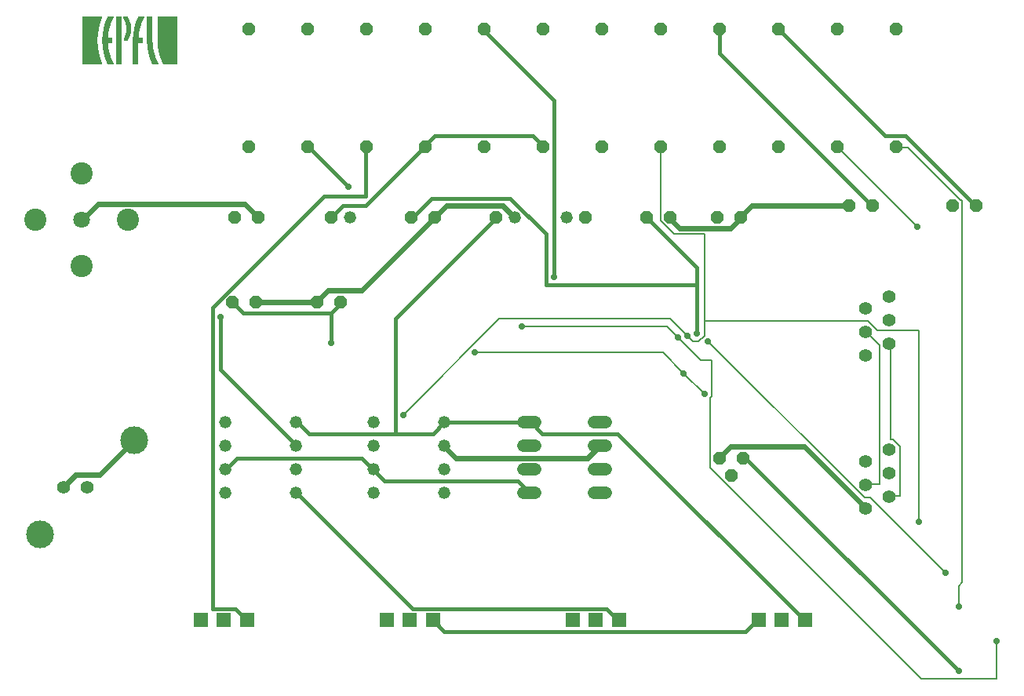
<source format=gbl>
G75*
G70*
%OFA0B0*%
%FSLAX24Y24*%
%IPPOS*%
%LPD*%
%AMOC8*
5,1,8,0,0,1.08239X$1,22.5*
%
%ADD10C,0.0010*%
%ADD11OC8,0.0520*%
%ADD12C,0.0520*%
%ADD13C,0.0520*%
%ADD14C,0.0554*%
%ADD15C,0.0709*%
%ADD16C,0.0945*%
%ADD17R,0.0594X0.0594*%
%ADD18C,0.1181*%
%ADD19C,0.0180*%
%ADD20C,0.0278*%
%ADD21C,0.0080*%
%ADD22C,0.0240*%
D10*
X004332Y029740D02*
X004332Y031740D01*
X005132Y031740D01*
X005046Y031504D01*
X004983Y031260D01*
X004945Y031011D01*
X004932Y030760D01*
X004932Y030720D01*
X004945Y030469D01*
X004983Y030220D01*
X005046Y029977D01*
X005132Y029740D01*
X004332Y029740D01*
X005132Y029740D01*
X005128Y029749D02*
X004332Y029749D01*
X004332Y029757D02*
X005125Y029757D01*
X005122Y029766D02*
X004332Y029766D01*
X004332Y029774D02*
X005119Y029774D01*
X005116Y029783D02*
X004332Y029783D01*
X004332Y029791D02*
X005113Y029791D01*
X005110Y029800D02*
X004332Y029800D01*
X004332Y029808D02*
X005107Y029808D01*
X005104Y029817D02*
X004332Y029817D01*
X004332Y029825D02*
X005101Y029825D01*
X005098Y029834D02*
X004332Y029834D01*
X004332Y029842D02*
X005094Y029842D01*
X005091Y029851D02*
X004332Y029851D01*
X004332Y029859D02*
X005088Y029859D01*
X005085Y029868D02*
X004332Y029868D01*
X004332Y029876D02*
X005082Y029876D01*
X005079Y029885D02*
X004332Y029885D01*
X004332Y029893D02*
X005076Y029893D01*
X005073Y029902D02*
X004332Y029902D01*
X004332Y029910D02*
X005070Y029910D01*
X005067Y029919D02*
X004332Y029919D01*
X004332Y029927D02*
X005064Y029927D01*
X005060Y029936D02*
X004332Y029936D01*
X004332Y029944D02*
X005057Y029944D01*
X005054Y029953D02*
X004332Y029953D01*
X004332Y029961D02*
X005051Y029961D01*
X005048Y029970D02*
X004332Y029970D01*
X004332Y029978D02*
X005045Y029978D01*
X005043Y029987D02*
X004332Y029987D01*
X004332Y029995D02*
X005041Y029995D01*
X005039Y030004D02*
X004332Y030004D01*
X004332Y030012D02*
X005037Y030012D01*
X005034Y030021D02*
X004332Y030021D01*
X004332Y030029D02*
X005032Y030029D01*
X005030Y030038D02*
X004332Y030038D01*
X004332Y030046D02*
X005028Y030046D01*
X005026Y030055D02*
X004332Y030055D01*
X004332Y030063D02*
X005023Y030063D01*
X005021Y030072D02*
X004332Y030072D01*
X004332Y030080D02*
X005019Y030080D01*
X005017Y030089D02*
X004332Y030089D01*
X004332Y030097D02*
X005015Y030097D01*
X005013Y030106D02*
X004332Y030106D01*
X004332Y030114D02*
X005010Y030114D01*
X005008Y030123D02*
X004332Y030123D01*
X004332Y030131D02*
X005006Y030131D01*
X005004Y030140D02*
X004332Y030140D01*
X004332Y030148D02*
X005002Y030148D01*
X005000Y030157D02*
X004332Y030157D01*
X004332Y030165D02*
X004997Y030165D01*
X004995Y030174D02*
X004332Y030174D01*
X004332Y030182D02*
X004993Y030182D01*
X004991Y030191D02*
X004332Y030191D01*
X004332Y030199D02*
X004989Y030199D01*
X004986Y030208D02*
X004332Y030208D01*
X004332Y030216D02*
X004984Y030216D01*
X004983Y030225D02*
X004332Y030225D01*
X004332Y030233D02*
X004981Y030233D01*
X004980Y030242D02*
X004332Y030242D01*
X004332Y030250D02*
X004979Y030250D01*
X004977Y030259D02*
X004332Y030259D01*
X004332Y030267D02*
X004976Y030267D01*
X004975Y030276D02*
X004332Y030276D01*
X004332Y030284D02*
X004973Y030284D01*
X004972Y030293D02*
X004332Y030293D01*
X004332Y030301D02*
X004971Y030301D01*
X004970Y030310D02*
X004332Y030310D01*
X004332Y030318D02*
X004968Y030318D01*
X004967Y030327D02*
X004332Y030327D01*
X004332Y030335D02*
X004966Y030335D01*
X004964Y030344D02*
X004332Y030344D01*
X004332Y030352D02*
X004963Y030352D01*
X004962Y030361D02*
X004332Y030361D01*
X004332Y030369D02*
X004960Y030369D01*
X004959Y030378D02*
X004332Y030378D01*
X004332Y030386D02*
X004958Y030386D01*
X004957Y030395D02*
X004332Y030395D01*
X004332Y030403D02*
X004955Y030403D01*
X004954Y030412D02*
X004332Y030412D01*
X004332Y030420D02*
X004953Y030420D01*
X004951Y030429D02*
X004332Y030429D01*
X004332Y030437D02*
X004950Y030437D01*
X004949Y030446D02*
X004332Y030446D01*
X004332Y030454D02*
X004947Y030454D01*
X004946Y030463D02*
X004332Y030463D01*
X004332Y030471D02*
X004945Y030471D01*
X004945Y030480D02*
X004332Y030480D01*
X004332Y030488D02*
X004944Y030488D01*
X004944Y030497D02*
X004332Y030497D01*
X004332Y030505D02*
X004943Y030505D01*
X004943Y030514D02*
X004332Y030514D01*
X004332Y030522D02*
X004942Y030522D01*
X004942Y030531D02*
X004332Y030531D01*
X004332Y030539D02*
X004941Y030539D01*
X004941Y030548D02*
X004332Y030548D01*
X004332Y030556D02*
X004940Y030556D01*
X004940Y030565D02*
X004332Y030565D01*
X004332Y030573D02*
X004940Y030573D01*
X004939Y030582D02*
X004332Y030582D01*
X004332Y030590D02*
X004939Y030590D01*
X004938Y030599D02*
X004332Y030599D01*
X004332Y030607D02*
X004938Y030607D01*
X004937Y030616D02*
X004332Y030616D01*
X004332Y030624D02*
X004937Y030624D01*
X004936Y030633D02*
X004332Y030633D01*
X004332Y030641D02*
X004936Y030641D01*
X004935Y030650D02*
X004332Y030650D01*
X004332Y030658D02*
X004935Y030658D01*
X004935Y030667D02*
X004332Y030667D01*
X004332Y030675D02*
X004934Y030675D01*
X004934Y030684D02*
X004332Y030684D01*
X004332Y030692D02*
X004933Y030692D01*
X004933Y030701D02*
X004332Y030701D01*
X004332Y030709D02*
X004932Y030709D01*
X004932Y030718D02*
X004332Y030718D01*
X004332Y030726D02*
X004932Y030726D01*
X004932Y030735D02*
X004332Y030735D01*
X004332Y030743D02*
X004932Y030743D01*
X004932Y030752D02*
X004332Y030752D01*
X004332Y030760D02*
X004932Y030760D01*
X004932Y030769D02*
X004332Y030769D01*
X004332Y030777D02*
X004933Y030777D01*
X004933Y030786D02*
X004332Y030786D01*
X004332Y030794D02*
X004933Y030794D01*
X004934Y030803D02*
X004332Y030803D01*
X004332Y030811D02*
X004934Y030811D01*
X004935Y030820D02*
X004332Y030820D01*
X004332Y030828D02*
X004935Y030828D01*
X004936Y030837D02*
X004332Y030837D01*
X004332Y030845D02*
X004936Y030845D01*
X004937Y030854D02*
X004332Y030854D01*
X004332Y030862D02*
X004937Y030862D01*
X004938Y030871D02*
X004332Y030871D01*
X004332Y030879D02*
X004938Y030879D01*
X004939Y030888D02*
X004332Y030888D01*
X004332Y030896D02*
X004939Y030896D01*
X004939Y030905D02*
X004332Y030905D01*
X004332Y030913D02*
X004940Y030913D01*
X004940Y030922D02*
X004332Y030922D01*
X004332Y030930D02*
X004941Y030930D01*
X004941Y030939D02*
X004332Y030939D01*
X004332Y030947D02*
X004942Y030947D01*
X004942Y030956D02*
X004332Y030956D01*
X004332Y030964D02*
X004943Y030964D01*
X004943Y030973D02*
X004332Y030973D01*
X004332Y030981D02*
X004944Y030981D01*
X004944Y030990D02*
X004332Y030990D01*
X004332Y030998D02*
X004944Y030998D01*
X004945Y031007D02*
X004332Y031007D01*
X004332Y031015D02*
X004946Y031015D01*
X004947Y031024D02*
X004332Y031024D01*
X004332Y031032D02*
X004948Y031032D01*
X004950Y031041D02*
X004332Y031041D01*
X004332Y031049D02*
X004951Y031049D01*
X004952Y031058D02*
X004332Y031058D01*
X004332Y031066D02*
X004954Y031066D01*
X004955Y031075D02*
X004332Y031075D01*
X004332Y031083D02*
X004956Y031083D01*
X004958Y031092D02*
X004332Y031092D01*
X004332Y031100D02*
X004959Y031100D01*
X004960Y031109D02*
X004332Y031109D01*
X004332Y031117D02*
X004961Y031117D01*
X004963Y031126D02*
X004332Y031126D01*
X004332Y031134D02*
X004964Y031134D01*
X004965Y031143D02*
X004332Y031143D01*
X004332Y031151D02*
X004967Y031151D01*
X004968Y031160D02*
X004332Y031160D01*
X004332Y031168D02*
X004969Y031168D01*
X004971Y031177D02*
X004332Y031177D01*
X004332Y031185D02*
X004972Y031185D01*
X004973Y031194D02*
X004332Y031194D01*
X004332Y031202D02*
X004974Y031202D01*
X004976Y031211D02*
X004332Y031211D01*
X004332Y031219D02*
X004977Y031219D01*
X004978Y031228D02*
X004332Y031228D01*
X004332Y031236D02*
X004980Y031236D01*
X004981Y031245D02*
X004332Y031245D01*
X004332Y031253D02*
X004982Y031253D01*
X004984Y031262D02*
X004332Y031262D01*
X004332Y031270D02*
X004986Y031270D01*
X004988Y031279D02*
X004332Y031279D01*
X004332Y031287D02*
X004990Y031287D01*
X004993Y031296D02*
X004332Y031296D01*
X004332Y031304D02*
X004995Y031304D01*
X004997Y031313D02*
X004332Y031313D01*
X004332Y031321D02*
X004999Y031321D01*
X005001Y031330D02*
X004332Y031330D01*
X004332Y031338D02*
X005003Y031338D01*
X005006Y031347D02*
X004332Y031347D01*
X004332Y031355D02*
X005008Y031355D01*
X005010Y031364D02*
X004332Y031364D01*
X004332Y031372D02*
X005012Y031372D01*
X005014Y031381D02*
X004332Y031381D01*
X004332Y031389D02*
X005016Y031389D01*
X005019Y031398D02*
X004332Y031398D01*
X004332Y031406D02*
X005021Y031406D01*
X005023Y031415D02*
X004332Y031415D01*
X004332Y031423D02*
X005025Y031423D01*
X005027Y031432D02*
X004332Y031432D01*
X004332Y031440D02*
X005029Y031440D01*
X005032Y031449D02*
X004332Y031449D01*
X004332Y031457D02*
X005034Y031457D01*
X005036Y031466D02*
X004332Y031466D01*
X004332Y031474D02*
X005038Y031474D01*
X005040Y031483D02*
X004332Y031483D01*
X004332Y031491D02*
X005043Y031491D01*
X005045Y031500D02*
X004332Y031500D01*
X004332Y031508D02*
X005047Y031508D01*
X005050Y031517D02*
X004332Y031517D01*
X004332Y031525D02*
X005054Y031525D01*
X005057Y031534D02*
X004332Y031534D01*
X004332Y031542D02*
X005060Y031542D01*
X005063Y031551D02*
X004332Y031551D01*
X004332Y031559D02*
X005066Y031559D01*
X005069Y031568D02*
X004332Y031568D01*
X004332Y031576D02*
X005072Y031576D01*
X005075Y031585D02*
X004332Y031585D01*
X004332Y031593D02*
X005078Y031593D01*
X005081Y031602D02*
X004332Y031602D01*
X004332Y031610D02*
X005084Y031610D01*
X005088Y031619D02*
X004332Y031619D01*
X004332Y031627D02*
X005091Y031627D01*
X005094Y031636D02*
X004332Y031636D01*
X004332Y031644D02*
X005097Y031644D01*
X005100Y031653D02*
X004332Y031653D01*
X004332Y031661D02*
X005103Y031661D01*
X005106Y031670D02*
X004332Y031670D01*
X004332Y031678D02*
X005109Y031678D01*
X005112Y031687D02*
X004332Y031687D01*
X004332Y031695D02*
X005115Y031695D01*
X005118Y031704D02*
X004332Y031704D01*
X004332Y031712D02*
X005122Y031712D01*
X005125Y031721D02*
X004332Y031721D01*
X004332Y031729D02*
X005128Y031729D01*
X005131Y031738D02*
X004332Y031738D01*
X005289Y031474D02*
X005499Y031474D01*
X005496Y031466D02*
X005287Y031466D01*
X005284Y031457D02*
X005494Y031457D01*
X005491Y031449D02*
X005282Y031449D01*
X005279Y031440D02*
X005488Y031440D01*
X005485Y031432D02*
X005277Y031432D01*
X005275Y031423D02*
X005483Y031423D01*
X005480Y031415D02*
X005272Y031415D01*
X005270Y031406D02*
X005477Y031406D01*
X005474Y031398D02*
X005268Y031398D01*
X005265Y031389D02*
X005472Y031389D01*
X005469Y031381D02*
X005263Y031381D01*
X005261Y031372D02*
X005466Y031372D01*
X005463Y031364D02*
X005258Y031364D01*
X005256Y031355D02*
X005461Y031355D01*
X005458Y031347D02*
X005254Y031347D01*
X005251Y031338D02*
X005455Y031338D01*
X005452Y031330D02*
X005249Y031330D01*
X005246Y031321D02*
X005450Y031321D01*
X005447Y031313D02*
X005244Y031313D01*
X005242Y031304D02*
X005444Y031304D01*
X005444Y031303D02*
X005395Y031073D01*
X005372Y030840D01*
X005572Y030840D01*
X005572Y030640D01*
X005372Y030640D01*
X005395Y030407D01*
X005444Y030177D01*
X005516Y029954D01*
X005612Y029740D01*
X005391Y029740D01*
X005298Y029975D01*
X005230Y030218D01*
X005188Y030468D01*
X005172Y030720D01*
X005172Y030740D01*
X005186Y030998D01*
X005388Y030998D01*
X005387Y030990D02*
X005185Y030990D01*
X005186Y030998D02*
X005227Y031252D01*
X005296Y031501D01*
X005391Y031740D01*
X005612Y031740D01*
X005516Y031526D01*
X005444Y031303D01*
X005442Y031296D02*
X005239Y031296D01*
X005237Y031287D02*
X005440Y031287D01*
X005438Y031279D02*
X005235Y031279D01*
X005232Y031270D02*
X005437Y031270D01*
X005435Y031262D02*
X005230Y031262D01*
X005228Y031253D02*
X005433Y031253D01*
X005431Y031245D02*
X005226Y031245D01*
X005225Y031236D02*
X005430Y031236D01*
X005428Y031228D02*
X005223Y031228D01*
X005222Y031219D02*
X005426Y031219D01*
X005424Y031211D02*
X005221Y031211D01*
X005219Y031202D02*
X005422Y031202D01*
X005421Y031194D02*
X005218Y031194D01*
X005216Y031185D02*
X005419Y031185D01*
X005417Y031177D02*
X005215Y031177D01*
X005214Y031168D02*
X005415Y031168D01*
X005413Y031160D02*
X005212Y031160D01*
X005211Y031151D02*
X005412Y031151D01*
X005410Y031143D02*
X005209Y031143D01*
X005208Y031134D02*
X005408Y031134D01*
X005406Y031126D02*
X005207Y031126D01*
X005205Y031117D02*
X005405Y031117D01*
X005403Y031109D02*
X005204Y031109D01*
X005202Y031100D02*
X005401Y031100D01*
X005399Y031092D02*
X005201Y031092D01*
X005200Y031083D02*
X005397Y031083D01*
X005396Y031075D02*
X005198Y031075D01*
X005197Y031066D02*
X005395Y031066D01*
X005394Y031058D02*
X005196Y031058D01*
X005194Y031049D02*
X005393Y031049D01*
X005392Y031041D02*
X005193Y031041D01*
X005191Y031032D02*
X005391Y031032D01*
X005390Y031024D02*
X005190Y031024D01*
X005189Y031015D02*
X005389Y031015D01*
X005389Y031007D02*
X005187Y031007D01*
X005185Y030981D02*
X005386Y030981D01*
X005385Y030973D02*
X005184Y030973D01*
X005184Y030964D02*
X005384Y030964D01*
X005383Y030956D02*
X005183Y030956D01*
X005183Y030947D02*
X005383Y030947D01*
X005382Y030939D02*
X005182Y030939D01*
X005182Y030930D02*
X005381Y030930D01*
X005380Y030922D02*
X005182Y030922D01*
X005181Y030913D02*
X005379Y030913D01*
X005378Y030905D02*
X005181Y030905D01*
X005180Y030896D02*
X005377Y030896D01*
X005377Y030888D02*
X005180Y030888D01*
X005179Y030879D02*
X005376Y030879D01*
X005375Y030871D02*
X005179Y030871D01*
X005178Y030862D02*
X005374Y030862D01*
X005373Y030854D02*
X005178Y030854D01*
X005177Y030845D02*
X005372Y030845D01*
X005177Y030837D02*
X005572Y030837D01*
X005572Y030828D02*
X005177Y030828D01*
X005176Y030820D02*
X005572Y030820D01*
X005572Y030811D02*
X005176Y030811D01*
X005175Y030803D02*
X005572Y030803D01*
X005572Y030794D02*
X005175Y030794D01*
X005174Y030786D02*
X005572Y030786D01*
X005572Y030777D02*
X005174Y030777D01*
X005173Y030769D02*
X005572Y030769D01*
X005572Y030760D02*
X005173Y030760D01*
X005172Y030752D02*
X005572Y030752D01*
X005572Y030743D02*
X005172Y030743D01*
X005172Y030735D02*
X005572Y030735D01*
X005572Y030726D02*
X005172Y030726D01*
X005172Y030718D02*
X005572Y030718D01*
X005572Y030709D02*
X005172Y030709D01*
X005173Y030701D02*
X005572Y030701D01*
X005572Y030692D02*
X005174Y030692D01*
X005174Y030684D02*
X005572Y030684D01*
X005572Y030675D02*
X005175Y030675D01*
X005175Y030667D02*
X005572Y030667D01*
X005572Y030658D02*
X005176Y030658D01*
X005176Y030650D02*
X005572Y030650D01*
X005572Y030641D02*
X005177Y030641D01*
X005177Y030633D02*
X005373Y030633D01*
X005373Y030624D02*
X005178Y030624D01*
X005178Y030616D02*
X005374Y030616D01*
X005375Y030607D02*
X005179Y030607D01*
X005179Y030599D02*
X005376Y030599D01*
X005377Y030590D02*
X005180Y030590D01*
X005180Y030582D02*
X005378Y030582D01*
X005379Y030573D02*
X005181Y030573D01*
X005182Y030565D02*
X005379Y030565D01*
X005380Y030556D02*
X005182Y030556D01*
X005183Y030548D02*
X005381Y030548D01*
X005382Y030539D02*
X005183Y030539D01*
X005184Y030531D02*
X005383Y030531D01*
X005384Y030522D02*
X005184Y030522D01*
X005185Y030514D02*
X005385Y030514D01*
X005385Y030505D02*
X005185Y030505D01*
X005186Y030497D02*
X005386Y030497D01*
X005387Y030488D02*
X005186Y030488D01*
X005187Y030480D02*
X005388Y030480D01*
X005389Y030471D02*
X005187Y030471D01*
X005188Y030463D02*
X005390Y030463D01*
X005391Y030454D02*
X005190Y030454D01*
X005191Y030446D02*
X005391Y030446D01*
X005392Y030437D02*
X005193Y030437D01*
X005194Y030429D02*
X005393Y030429D01*
X005394Y030420D02*
X005196Y030420D01*
X005197Y030412D02*
X005395Y030412D01*
X005396Y030403D02*
X005198Y030403D01*
X005200Y030395D02*
X005398Y030395D01*
X005400Y030386D02*
X005201Y030386D01*
X005203Y030378D02*
X005401Y030378D01*
X005403Y030369D02*
X005204Y030369D01*
X005206Y030361D02*
X005405Y030361D01*
X005407Y030352D02*
X005207Y030352D01*
X005209Y030344D02*
X005409Y030344D01*
X005410Y030335D02*
X005210Y030335D01*
X005211Y030327D02*
X005412Y030327D01*
X005414Y030318D02*
X005213Y030318D01*
X005214Y030310D02*
X005416Y030310D01*
X005417Y030301D02*
X005216Y030301D01*
X005217Y030293D02*
X005419Y030293D01*
X005421Y030284D02*
X005219Y030284D01*
X005220Y030276D02*
X005423Y030276D01*
X005425Y030267D02*
X005222Y030267D01*
X005223Y030259D02*
X005426Y030259D01*
X005428Y030250D02*
X005224Y030250D01*
X005226Y030242D02*
X005430Y030242D01*
X005432Y030233D02*
X005227Y030233D01*
X005229Y030225D02*
X005434Y030225D01*
X005435Y030216D02*
X005230Y030216D01*
X005233Y030208D02*
X005437Y030208D01*
X005439Y030199D02*
X005235Y030199D01*
X005238Y030191D02*
X005441Y030191D01*
X005442Y030182D02*
X005240Y030182D01*
X005242Y030174D02*
X005445Y030174D01*
X005447Y030165D02*
X005245Y030165D01*
X005247Y030157D02*
X005450Y030157D01*
X005453Y030148D02*
X005249Y030148D01*
X005252Y030140D02*
X005456Y030140D01*
X005458Y030131D02*
X005254Y030131D01*
X005257Y030123D02*
X005461Y030123D01*
X005464Y030114D02*
X005259Y030114D01*
X005261Y030106D02*
X005467Y030106D01*
X005469Y030097D02*
X005264Y030097D01*
X005266Y030089D02*
X005472Y030089D01*
X005475Y030080D02*
X005269Y030080D01*
X005271Y030072D02*
X005478Y030072D01*
X005480Y030063D02*
X005273Y030063D01*
X005276Y030055D02*
X005483Y030055D01*
X005486Y030046D02*
X005278Y030046D01*
X005280Y030038D02*
X005489Y030038D01*
X005492Y030029D02*
X005283Y030029D01*
X005285Y030021D02*
X005494Y030021D01*
X005497Y030012D02*
X005288Y030012D01*
X005290Y030004D02*
X005500Y030004D01*
X005503Y029995D02*
X005292Y029995D01*
X005295Y029987D02*
X005505Y029987D01*
X005508Y029978D02*
X005297Y029978D01*
X005300Y029970D02*
X005511Y029970D01*
X005514Y029961D02*
X005303Y029961D01*
X005307Y029953D02*
X005516Y029953D01*
X005520Y029944D02*
X005310Y029944D01*
X005314Y029936D02*
X005524Y029936D01*
X005528Y029927D02*
X005317Y029927D01*
X005320Y029919D02*
X005532Y029919D01*
X005535Y029910D02*
X005324Y029910D01*
X005327Y029902D02*
X005539Y029902D01*
X005543Y029893D02*
X005331Y029893D01*
X005334Y029885D02*
X005547Y029885D01*
X005551Y029876D02*
X005337Y029876D01*
X005341Y029868D02*
X005554Y029868D01*
X005558Y029859D02*
X005344Y029859D01*
X005347Y029851D02*
X005562Y029851D01*
X005566Y029842D02*
X005351Y029842D01*
X005354Y029834D02*
X005570Y029834D01*
X005573Y029825D02*
X005358Y029825D01*
X005361Y029817D02*
X005577Y029817D01*
X005581Y029808D02*
X005364Y029808D01*
X005368Y029800D02*
X005585Y029800D01*
X005589Y029791D02*
X005371Y029791D01*
X005374Y029783D02*
X005592Y029783D01*
X005596Y029774D02*
X005378Y029774D01*
X005381Y029766D02*
X005600Y029766D01*
X005604Y029757D02*
X005385Y029757D01*
X005388Y029749D02*
X005608Y029749D01*
X005611Y029740D02*
X005391Y029740D01*
X005772Y029740D02*
X005972Y029740D01*
X005972Y031740D01*
X005772Y031740D01*
X005772Y029740D01*
X005972Y029740D01*
X005972Y029749D02*
X005772Y029749D01*
X005772Y029757D02*
X005972Y029757D01*
X005972Y029766D02*
X005772Y029766D01*
X005772Y029774D02*
X005972Y029774D01*
X005972Y029783D02*
X005772Y029783D01*
X005772Y029791D02*
X005972Y029791D01*
X005972Y029800D02*
X005772Y029800D01*
X005772Y029808D02*
X005972Y029808D01*
X005972Y029817D02*
X005772Y029817D01*
X005772Y029825D02*
X005972Y029825D01*
X005972Y029834D02*
X005772Y029834D01*
X005772Y029842D02*
X005972Y029842D01*
X005972Y029851D02*
X005772Y029851D01*
X005772Y029859D02*
X005972Y029859D01*
X005972Y029868D02*
X005772Y029868D01*
X005772Y029876D02*
X005972Y029876D01*
X005972Y029885D02*
X005772Y029885D01*
X005772Y029893D02*
X005972Y029893D01*
X005972Y029902D02*
X005772Y029902D01*
X005772Y029910D02*
X005972Y029910D01*
X005972Y029919D02*
X005772Y029919D01*
X005772Y029927D02*
X005972Y029927D01*
X005972Y029936D02*
X005772Y029936D01*
X005772Y029944D02*
X005972Y029944D01*
X005972Y029953D02*
X005772Y029953D01*
X005772Y029961D02*
X005972Y029961D01*
X005972Y029970D02*
X005772Y029970D01*
X005772Y029978D02*
X005972Y029978D01*
X005972Y029987D02*
X005772Y029987D01*
X005772Y029995D02*
X005972Y029995D01*
X005972Y030004D02*
X005772Y030004D01*
X005772Y030012D02*
X005972Y030012D01*
X005972Y030021D02*
X005772Y030021D01*
X005772Y030029D02*
X005972Y030029D01*
X005972Y030038D02*
X005772Y030038D01*
X005772Y030046D02*
X005972Y030046D01*
X005972Y030055D02*
X005772Y030055D01*
X005772Y030063D02*
X005972Y030063D01*
X005972Y030072D02*
X005772Y030072D01*
X005772Y030080D02*
X005972Y030080D01*
X005972Y030089D02*
X005772Y030089D01*
X005772Y030097D02*
X005972Y030097D01*
X005972Y030106D02*
X005772Y030106D01*
X005772Y030114D02*
X005972Y030114D01*
X005972Y030123D02*
X005772Y030123D01*
X005772Y030131D02*
X005972Y030131D01*
X005972Y030140D02*
X005772Y030140D01*
X005772Y030148D02*
X005972Y030148D01*
X005972Y030157D02*
X005772Y030157D01*
X005772Y030165D02*
X005972Y030165D01*
X005972Y030174D02*
X005772Y030174D01*
X005772Y030182D02*
X005972Y030182D01*
X005972Y030191D02*
X005772Y030191D01*
X005772Y030199D02*
X005972Y030199D01*
X005972Y030208D02*
X005772Y030208D01*
X005772Y030216D02*
X005972Y030216D01*
X005972Y030225D02*
X005772Y030225D01*
X005772Y030233D02*
X005972Y030233D01*
X005972Y030242D02*
X005772Y030242D01*
X005772Y030250D02*
X005972Y030250D01*
X005972Y030259D02*
X005772Y030259D01*
X005772Y030267D02*
X005972Y030267D01*
X005972Y030276D02*
X005772Y030276D01*
X005772Y030284D02*
X005972Y030284D01*
X005972Y030293D02*
X005772Y030293D01*
X005772Y030301D02*
X005972Y030301D01*
X005972Y030310D02*
X005772Y030310D01*
X005772Y030318D02*
X005972Y030318D01*
X005972Y030327D02*
X005772Y030327D01*
X005772Y030335D02*
X005972Y030335D01*
X005972Y030344D02*
X005772Y030344D01*
X005772Y030352D02*
X005972Y030352D01*
X005972Y030361D02*
X005772Y030361D01*
X005772Y030369D02*
X005972Y030369D01*
X005972Y030378D02*
X005772Y030378D01*
X005772Y030386D02*
X005972Y030386D01*
X005972Y030395D02*
X005772Y030395D01*
X005772Y030403D02*
X005972Y030403D01*
X005972Y030412D02*
X005772Y030412D01*
X005772Y030420D02*
X005972Y030420D01*
X005972Y030429D02*
X005772Y030429D01*
X005772Y030437D02*
X005972Y030437D01*
X005972Y030446D02*
X005772Y030446D01*
X005772Y030454D02*
X005972Y030454D01*
X005972Y030463D02*
X005772Y030463D01*
X005772Y030471D02*
X005972Y030471D01*
X005972Y030480D02*
X005772Y030480D01*
X005772Y030488D02*
X005972Y030488D01*
X005972Y030497D02*
X005772Y030497D01*
X005772Y030505D02*
X005972Y030505D01*
X005972Y030514D02*
X005772Y030514D01*
X005772Y030522D02*
X005972Y030522D01*
X005972Y030531D02*
X005772Y030531D01*
X005772Y030539D02*
X005972Y030539D01*
X005972Y030548D02*
X005772Y030548D01*
X005772Y030556D02*
X005972Y030556D01*
X005972Y030565D02*
X005772Y030565D01*
X005772Y030573D02*
X005972Y030573D01*
X005972Y030582D02*
X005772Y030582D01*
X005772Y030590D02*
X005972Y030590D01*
X005972Y030599D02*
X005772Y030599D01*
X005772Y030607D02*
X005972Y030607D01*
X005972Y030616D02*
X005772Y030616D01*
X005772Y030624D02*
X005972Y030624D01*
X005972Y030633D02*
X005772Y030633D01*
X005772Y030641D02*
X005972Y030641D01*
X005972Y030650D02*
X005772Y030650D01*
X005772Y030658D02*
X005972Y030658D01*
X005972Y030667D02*
X005772Y030667D01*
X005772Y030675D02*
X005972Y030675D01*
X005972Y030684D02*
X005772Y030684D01*
X005772Y030692D02*
X005972Y030692D01*
X005972Y030701D02*
X005772Y030701D01*
X005772Y030709D02*
X005972Y030709D01*
X005972Y030718D02*
X005772Y030718D01*
X005772Y030726D02*
X005972Y030726D01*
X005972Y030735D02*
X005772Y030735D01*
X005772Y030743D02*
X005972Y030743D01*
X005972Y030752D02*
X005772Y030752D01*
X005772Y030760D02*
X005972Y030760D01*
X005972Y030769D02*
X005772Y030769D01*
X005772Y030777D02*
X005972Y030777D01*
X005972Y030786D02*
X005772Y030786D01*
X005772Y030794D02*
X005972Y030794D01*
X005972Y030803D02*
X005772Y030803D01*
X005772Y030811D02*
X005972Y030811D01*
X005972Y030820D02*
X005772Y030820D01*
X005772Y030828D02*
X005972Y030828D01*
X005972Y030837D02*
X005772Y030837D01*
X005772Y030845D02*
X005972Y030845D01*
X005972Y030854D02*
X005772Y030854D01*
X005772Y030862D02*
X005972Y030862D01*
X005972Y030871D02*
X005772Y030871D01*
X005772Y030879D02*
X005972Y030879D01*
X005972Y030888D02*
X005772Y030888D01*
X005772Y030896D02*
X005972Y030896D01*
X005972Y030905D02*
X005772Y030905D01*
X005772Y030913D02*
X005972Y030913D01*
X005972Y030922D02*
X005772Y030922D01*
X005772Y030930D02*
X005972Y030930D01*
X005972Y030939D02*
X005772Y030939D01*
X005772Y030947D02*
X005972Y030947D01*
X005972Y030956D02*
X005772Y030956D01*
X005772Y030964D02*
X005972Y030964D01*
X005972Y030973D02*
X005772Y030973D01*
X005772Y030981D02*
X005972Y030981D01*
X005972Y030990D02*
X005772Y030990D01*
X005772Y030998D02*
X005972Y030998D01*
X005972Y031007D02*
X005772Y031007D01*
X005772Y031015D02*
X005972Y031015D01*
X005972Y031024D02*
X005772Y031024D01*
X005772Y031032D02*
X005972Y031032D01*
X005972Y031041D02*
X005772Y031041D01*
X005772Y031049D02*
X005972Y031049D01*
X005972Y031058D02*
X005772Y031058D01*
X005772Y031066D02*
X005972Y031066D01*
X005972Y031075D02*
X005772Y031075D01*
X005772Y031083D02*
X005972Y031083D01*
X005972Y031092D02*
X005772Y031092D01*
X005772Y031100D02*
X005972Y031100D01*
X005972Y031109D02*
X005772Y031109D01*
X005772Y031117D02*
X005972Y031117D01*
X005972Y031126D02*
X005772Y031126D01*
X005772Y031134D02*
X005972Y031134D01*
X005972Y031143D02*
X005772Y031143D01*
X005772Y031151D02*
X005972Y031151D01*
X005972Y031160D02*
X005772Y031160D01*
X005772Y031168D02*
X005972Y031168D01*
X005972Y031177D02*
X005772Y031177D01*
X005772Y031185D02*
X005972Y031185D01*
X005972Y031194D02*
X005772Y031194D01*
X005772Y031202D02*
X005972Y031202D01*
X005972Y031211D02*
X005772Y031211D01*
X005772Y031219D02*
X005972Y031219D01*
X005972Y031228D02*
X005772Y031228D01*
X005772Y031236D02*
X005972Y031236D01*
X005972Y031245D02*
X005772Y031245D01*
X005772Y031253D02*
X005972Y031253D01*
X005972Y031262D02*
X005772Y031262D01*
X005772Y031270D02*
X005972Y031270D01*
X005972Y031279D02*
X005772Y031279D01*
X005772Y031287D02*
X005972Y031287D01*
X005972Y031296D02*
X005772Y031296D01*
X005772Y031304D02*
X005972Y031304D01*
X005972Y031313D02*
X005772Y031313D01*
X005772Y031321D02*
X005972Y031321D01*
X005972Y031330D02*
X005772Y031330D01*
X005772Y031338D02*
X005972Y031338D01*
X005972Y031347D02*
X005772Y031347D01*
X005772Y031355D02*
X005972Y031355D01*
X005972Y031364D02*
X005772Y031364D01*
X005772Y031372D02*
X005972Y031372D01*
X005972Y031381D02*
X005772Y031381D01*
X005772Y031389D02*
X005972Y031389D01*
X005972Y031398D02*
X005772Y031398D01*
X005772Y031406D02*
X005972Y031406D01*
X005972Y031415D02*
X005772Y031415D01*
X005772Y031423D02*
X005972Y031423D01*
X005972Y031432D02*
X005772Y031432D01*
X005772Y031440D02*
X005972Y031440D01*
X005972Y031449D02*
X005772Y031449D01*
X005772Y031457D02*
X005972Y031457D01*
X005972Y031466D02*
X005772Y031466D01*
X005772Y031474D02*
X005972Y031474D01*
X005972Y031483D02*
X005772Y031483D01*
X005772Y031491D02*
X005972Y031491D01*
X005972Y031500D02*
X005772Y031500D01*
X005772Y031508D02*
X005972Y031508D01*
X005972Y031517D02*
X005772Y031517D01*
X005772Y031525D02*
X005972Y031525D01*
X005972Y031534D02*
X005772Y031534D01*
X005772Y031542D02*
X005972Y031542D01*
X005972Y031551D02*
X005772Y031551D01*
X005772Y031559D02*
X005972Y031559D01*
X005972Y031568D02*
X005772Y031568D01*
X005772Y031576D02*
X005972Y031576D01*
X005972Y031585D02*
X005772Y031585D01*
X005772Y031593D02*
X005972Y031593D01*
X005972Y031602D02*
X005772Y031602D01*
X005772Y031610D02*
X005972Y031610D01*
X005972Y031619D02*
X005772Y031619D01*
X005772Y031627D02*
X005972Y031627D01*
X005972Y031636D02*
X005772Y031636D01*
X005772Y031644D02*
X005972Y031644D01*
X005972Y031653D02*
X005772Y031653D01*
X005772Y031661D02*
X005972Y031661D01*
X005972Y031670D02*
X005772Y031670D01*
X005772Y031678D02*
X005972Y031678D01*
X005972Y031687D02*
X005772Y031687D01*
X005772Y031695D02*
X005972Y031695D01*
X005972Y031704D02*
X005772Y031704D01*
X005772Y031712D02*
X005972Y031712D01*
X005972Y031721D02*
X005772Y031721D01*
X005772Y031729D02*
X005972Y031729D01*
X005972Y031738D02*
X005772Y031738D01*
X005611Y031738D02*
X005391Y031738D01*
X005387Y031729D02*
X005607Y031729D01*
X005603Y031721D02*
X005384Y031721D01*
X005380Y031712D02*
X005599Y031712D01*
X005595Y031704D02*
X005377Y031704D01*
X005374Y031695D02*
X005592Y031695D01*
X005588Y031687D02*
X005370Y031687D01*
X005367Y031678D02*
X005584Y031678D01*
X005580Y031670D02*
X005364Y031670D01*
X005360Y031661D02*
X005576Y031661D01*
X005573Y031653D02*
X005357Y031653D01*
X005353Y031644D02*
X005569Y031644D01*
X005565Y031636D02*
X005350Y031636D01*
X005347Y031627D02*
X005561Y031627D01*
X005557Y031619D02*
X005343Y031619D01*
X005340Y031610D02*
X005554Y031610D01*
X005550Y031602D02*
X005336Y031602D01*
X005333Y031593D02*
X005546Y031593D01*
X005542Y031585D02*
X005330Y031585D01*
X005326Y031576D02*
X005538Y031576D01*
X005535Y031568D02*
X005323Y031568D01*
X005320Y031559D02*
X005531Y031559D01*
X005527Y031551D02*
X005316Y031551D01*
X005313Y031542D02*
X005523Y031542D01*
X005519Y031534D02*
X005309Y031534D01*
X005306Y031525D02*
X005516Y031525D01*
X005513Y031517D02*
X005303Y031517D01*
X005299Y031508D02*
X005510Y031508D01*
X005507Y031500D02*
X005296Y031500D01*
X005294Y031491D02*
X005505Y031491D01*
X005502Y031483D02*
X005291Y031483D01*
X006072Y031680D02*
X006072Y031740D01*
X006212Y031740D01*
X006271Y031623D01*
X006315Y031499D01*
X006342Y031371D01*
X006352Y031240D01*
X006342Y031109D01*
X006183Y031109D01*
X006184Y031113D02*
X006191Y031220D01*
X006191Y031260D01*
X006183Y031370D01*
X006159Y031478D01*
X006122Y031582D01*
X006072Y031680D01*
X006073Y031678D02*
X006243Y031678D01*
X006247Y031670D02*
X006077Y031670D01*
X006082Y031661D02*
X006252Y031661D01*
X006256Y031653D02*
X006086Y031653D01*
X006090Y031644D02*
X006260Y031644D01*
X006265Y031636D02*
X006095Y031636D01*
X006099Y031627D02*
X006269Y031627D01*
X006273Y031619D02*
X006103Y031619D01*
X006108Y031610D02*
X006276Y031610D01*
X006279Y031602D02*
X006112Y031602D01*
X006116Y031593D02*
X006282Y031593D01*
X006285Y031585D02*
X006121Y031585D01*
X006124Y031576D02*
X006288Y031576D01*
X006291Y031568D02*
X006127Y031568D01*
X006130Y031559D02*
X006294Y031559D01*
X006297Y031551D02*
X006133Y031551D01*
X006136Y031542D02*
X006300Y031542D01*
X006303Y031534D02*
X006140Y031534D01*
X006143Y031525D02*
X006306Y031525D01*
X006309Y031517D02*
X006146Y031517D01*
X006149Y031508D02*
X006311Y031508D01*
X006314Y031500D02*
X006152Y031500D01*
X006155Y031491D02*
X006316Y031491D01*
X006318Y031483D02*
X006158Y031483D01*
X006160Y031474D02*
X006320Y031474D01*
X006322Y031466D02*
X006162Y031466D01*
X006164Y031457D02*
X006324Y031457D01*
X006325Y031449D02*
X006166Y031449D01*
X006168Y031440D02*
X006327Y031440D01*
X006329Y031432D02*
X006169Y031432D01*
X006171Y031423D02*
X006331Y031423D01*
X006332Y031415D02*
X006173Y031415D01*
X006175Y031406D02*
X006334Y031406D01*
X006336Y031398D02*
X006177Y031398D01*
X006179Y031389D02*
X006338Y031389D01*
X006340Y031381D02*
X006180Y031381D01*
X006182Y031372D02*
X006341Y031372D01*
X006342Y031364D02*
X006183Y031364D01*
X006184Y031355D02*
X006343Y031355D01*
X006344Y031347D02*
X006185Y031347D01*
X006185Y031338D02*
X006344Y031338D01*
X006345Y031330D02*
X006186Y031330D01*
X006187Y031321D02*
X006346Y031321D01*
X006346Y031313D02*
X006187Y031313D01*
X006188Y031304D02*
X006347Y031304D01*
X006347Y031296D02*
X006189Y031296D01*
X006189Y031287D02*
X006348Y031287D01*
X006349Y031279D02*
X006190Y031279D01*
X006191Y031270D02*
X006349Y031270D01*
X006350Y031262D02*
X006191Y031262D01*
X006191Y031253D02*
X006351Y031253D01*
X006351Y031245D02*
X006191Y031245D01*
X006191Y031236D02*
X006351Y031236D01*
X006351Y031228D02*
X006191Y031228D01*
X006191Y031219D02*
X006350Y031219D01*
X006350Y031211D02*
X006191Y031211D01*
X006190Y031202D02*
X006349Y031202D01*
X006348Y031194D02*
X006190Y031194D01*
X006189Y031185D02*
X006348Y031185D01*
X006347Y031177D02*
X006188Y031177D01*
X006188Y031168D02*
X006346Y031168D01*
X006346Y031160D02*
X006187Y031160D01*
X006187Y031151D02*
X006345Y031151D01*
X006344Y031143D02*
X006186Y031143D01*
X006185Y031134D02*
X006344Y031134D01*
X006343Y031126D02*
X006185Y031126D01*
X006184Y031117D02*
X006342Y031117D01*
X006342Y031109D02*
X006315Y030981D01*
X006271Y030857D01*
X006212Y030740D01*
X006082Y030740D01*
X006082Y030810D01*
X006129Y030907D01*
X006163Y031008D01*
X006184Y031113D01*
X006181Y031100D02*
X006340Y031100D01*
X006338Y031092D02*
X006180Y031092D01*
X006178Y031083D02*
X006336Y031083D01*
X006334Y031075D02*
X006176Y031075D01*
X006175Y031066D02*
X006333Y031066D01*
X006331Y031058D02*
X006173Y031058D01*
X006171Y031049D02*
X006329Y031049D01*
X006327Y031041D02*
X006169Y031041D01*
X006168Y031032D02*
X006326Y031032D01*
X006324Y031024D02*
X006166Y031024D01*
X006164Y031015D02*
X006322Y031015D01*
X006320Y031007D02*
X006162Y031007D01*
X006160Y030998D02*
X006318Y030998D01*
X006317Y030990D02*
X006157Y030990D01*
X006154Y030981D02*
X006315Y030981D01*
X006312Y030973D02*
X006151Y030973D01*
X006148Y030964D02*
X006309Y030964D01*
X006306Y030956D02*
X006145Y030956D01*
X006142Y030947D02*
X006303Y030947D01*
X006300Y030939D02*
X006139Y030939D01*
X006137Y030930D02*
X006297Y030930D01*
X006294Y030922D02*
X006134Y030922D01*
X006131Y030913D02*
X006291Y030913D01*
X006288Y030905D02*
X006128Y030905D01*
X006124Y030896D02*
X006285Y030896D01*
X006282Y030888D02*
X006119Y030888D01*
X006115Y030879D02*
X006279Y030879D01*
X006276Y030871D02*
X006111Y030871D01*
X006107Y030862D02*
X006273Y030862D01*
X006269Y030854D02*
X006103Y030854D01*
X006099Y030845D02*
X006265Y030845D01*
X006261Y030837D02*
X006095Y030837D01*
X006091Y030828D02*
X006256Y030828D01*
X006252Y030820D02*
X006086Y030820D01*
X006082Y030811D02*
X006248Y030811D01*
X006243Y030803D02*
X006082Y030803D01*
X006082Y030794D02*
X006239Y030794D01*
X006235Y030786D02*
X006082Y030786D01*
X006082Y030777D02*
X006231Y030777D01*
X006226Y030769D02*
X006082Y030769D01*
X006082Y030760D02*
X006222Y030760D01*
X006218Y030752D02*
X006082Y030752D01*
X006082Y030743D02*
X006213Y030743D01*
X006472Y030740D02*
X006486Y030998D01*
X006688Y030998D01*
X006687Y030990D02*
X006485Y030990D01*
X006486Y030998D02*
X006527Y031252D01*
X006596Y031501D01*
X006691Y031740D01*
X006912Y031740D01*
X006816Y031526D01*
X006744Y031303D01*
X006695Y031073D01*
X006672Y030840D01*
X006872Y030840D01*
X006872Y030640D01*
X006672Y030640D01*
X006672Y029740D01*
X006472Y029740D01*
X006472Y030740D01*
X006472Y030743D02*
X006872Y030743D01*
X006872Y030735D02*
X006472Y030735D01*
X006472Y030726D02*
X006872Y030726D01*
X006872Y030718D02*
X006472Y030718D01*
X006472Y030709D02*
X006872Y030709D01*
X006872Y030701D02*
X006472Y030701D01*
X006472Y030692D02*
X006872Y030692D01*
X006872Y030684D02*
X006472Y030684D01*
X006472Y030675D02*
X006872Y030675D01*
X006872Y030667D02*
X006472Y030667D01*
X006472Y030658D02*
X006872Y030658D01*
X006872Y030650D02*
X006472Y030650D01*
X006472Y030641D02*
X006872Y030641D01*
X006872Y030752D02*
X006472Y030752D01*
X006473Y030760D02*
X006872Y030760D01*
X006872Y030769D02*
X006473Y030769D01*
X006474Y030777D02*
X006872Y030777D01*
X006872Y030786D02*
X006474Y030786D01*
X006475Y030794D02*
X006872Y030794D01*
X006872Y030803D02*
X006475Y030803D01*
X006476Y030811D02*
X006872Y030811D01*
X006872Y030820D02*
X006476Y030820D01*
X006477Y030828D02*
X006872Y030828D01*
X006872Y030837D02*
X006477Y030837D01*
X006477Y030845D02*
X006672Y030845D01*
X006673Y030854D02*
X006478Y030854D01*
X006478Y030862D02*
X006674Y030862D01*
X006675Y030871D02*
X006479Y030871D01*
X006479Y030879D02*
X006676Y030879D01*
X006677Y030888D02*
X006480Y030888D01*
X006480Y030896D02*
X006677Y030896D01*
X006678Y030905D02*
X006481Y030905D01*
X006481Y030913D02*
X006679Y030913D01*
X006680Y030922D02*
X006482Y030922D01*
X006482Y030930D02*
X006681Y030930D01*
X006682Y030939D02*
X006482Y030939D01*
X006483Y030947D02*
X006683Y030947D01*
X006683Y030956D02*
X006483Y030956D01*
X006484Y030964D02*
X006684Y030964D01*
X006685Y030973D02*
X006484Y030973D01*
X006485Y030981D02*
X006686Y030981D01*
X006689Y031007D02*
X006487Y031007D01*
X006489Y031015D02*
X006689Y031015D01*
X006690Y031024D02*
X006490Y031024D01*
X006491Y031032D02*
X006691Y031032D01*
X006692Y031041D02*
X006493Y031041D01*
X006494Y031049D02*
X006693Y031049D01*
X006694Y031058D02*
X006496Y031058D01*
X006497Y031066D02*
X006695Y031066D01*
X006696Y031075D02*
X006498Y031075D01*
X006500Y031083D02*
X006697Y031083D01*
X006699Y031092D02*
X006501Y031092D01*
X006502Y031100D02*
X006701Y031100D01*
X006703Y031109D02*
X006504Y031109D01*
X006505Y031117D02*
X006705Y031117D01*
X006706Y031126D02*
X006507Y031126D01*
X006508Y031134D02*
X006708Y031134D01*
X006710Y031143D02*
X006509Y031143D01*
X006511Y031151D02*
X006712Y031151D01*
X006713Y031160D02*
X006512Y031160D01*
X006514Y031168D02*
X006715Y031168D01*
X006717Y031177D02*
X006515Y031177D01*
X006516Y031185D02*
X006719Y031185D01*
X006721Y031194D02*
X006518Y031194D01*
X006519Y031202D02*
X006722Y031202D01*
X006724Y031211D02*
X006521Y031211D01*
X006522Y031219D02*
X006726Y031219D01*
X006728Y031228D02*
X006523Y031228D01*
X006525Y031236D02*
X006730Y031236D01*
X006731Y031245D02*
X006526Y031245D01*
X006528Y031253D02*
X006733Y031253D01*
X006735Y031262D02*
X006530Y031262D01*
X006532Y031270D02*
X006737Y031270D01*
X006738Y031279D02*
X006535Y031279D01*
X006537Y031287D02*
X006740Y031287D01*
X006742Y031296D02*
X006539Y031296D01*
X006542Y031304D02*
X006744Y031304D01*
X006747Y031313D02*
X006544Y031313D01*
X006546Y031321D02*
X006750Y031321D01*
X006752Y031330D02*
X006549Y031330D01*
X006551Y031338D02*
X006755Y031338D01*
X006758Y031347D02*
X006554Y031347D01*
X006556Y031355D02*
X006761Y031355D01*
X006763Y031364D02*
X006558Y031364D01*
X006561Y031372D02*
X006766Y031372D01*
X006769Y031381D02*
X006563Y031381D01*
X006565Y031389D02*
X006772Y031389D01*
X006774Y031398D02*
X006568Y031398D01*
X006570Y031406D02*
X006777Y031406D01*
X006780Y031415D02*
X006572Y031415D01*
X006575Y031423D02*
X006783Y031423D01*
X006785Y031432D02*
X006577Y031432D01*
X006579Y031440D02*
X006788Y031440D01*
X006791Y031449D02*
X006582Y031449D01*
X006584Y031457D02*
X006794Y031457D01*
X006796Y031466D02*
X006587Y031466D01*
X006589Y031474D02*
X006799Y031474D01*
X006802Y031483D02*
X006591Y031483D01*
X006594Y031491D02*
X006805Y031491D01*
X006807Y031500D02*
X006596Y031500D01*
X006599Y031508D02*
X006810Y031508D01*
X006813Y031517D02*
X006603Y031517D01*
X006606Y031525D02*
X006816Y031525D01*
X006819Y031534D02*
X006609Y031534D01*
X006613Y031542D02*
X006823Y031542D01*
X006827Y031551D02*
X006616Y031551D01*
X006620Y031559D02*
X006831Y031559D01*
X006835Y031568D02*
X006623Y031568D01*
X006626Y031576D02*
X006838Y031576D01*
X006842Y031585D02*
X006630Y031585D01*
X006633Y031593D02*
X006846Y031593D01*
X006850Y031602D02*
X006636Y031602D01*
X006640Y031610D02*
X006854Y031610D01*
X006857Y031619D02*
X006643Y031619D01*
X006647Y031627D02*
X006861Y031627D01*
X006865Y031636D02*
X006650Y031636D01*
X006653Y031644D02*
X006869Y031644D01*
X006873Y031653D02*
X006657Y031653D01*
X006660Y031661D02*
X006876Y031661D01*
X006880Y031670D02*
X006664Y031670D01*
X006667Y031678D02*
X006884Y031678D01*
X006888Y031687D02*
X006670Y031687D01*
X006674Y031695D02*
X006892Y031695D01*
X006895Y031704D02*
X006677Y031704D01*
X006680Y031712D02*
X006899Y031712D01*
X006903Y031721D02*
X006684Y031721D01*
X006687Y031729D02*
X006907Y031729D01*
X006911Y031738D02*
X006691Y031738D01*
X007072Y031738D02*
X007272Y031738D01*
X007272Y031740D02*
X007272Y030640D01*
X007295Y030407D01*
X007344Y030177D01*
X007416Y029954D01*
X007512Y029740D01*
X007291Y029740D01*
X007198Y029975D01*
X007130Y030218D01*
X007088Y030468D01*
X007072Y030720D01*
X007072Y031740D01*
X007272Y031740D01*
X007272Y031729D02*
X007072Y031729D01*
X007072Y031721D02*
X007272Y031721D01*
X007272Y031712D02*
X007072Y031712D01*
X007072Y031704D02*
X007272Y031704D01*
X007272Y031695D02*
X007072Y031695D01*
X007072Y031687D02*
X007272Y031687D01*
X007272Y031678D02*
X007072Y031678D01*
X007072Y031670D02*
X007272Y031670D01*
X007272Y031661D02*
X007072Y031661D01*
X007072Y031653D02*
X007272Y031653D01*
X007272Y031644D02*
X007072Y031644D01*
X007072Y031636D02*
X007272Y031636D01*
X007272Y031627D02*
X007072Y031627D01*
X007072Y031619D02*
X007272Y031619D01*
X007272Y031610D02*
X007072Y031610D01*
X007072Y031602D02*
X007272Y031602D01*
X007272Y031593D02*
X007072Y031593D01*
X007072Y031585D02*
X007272Y031585D01*
X007272Y031576D02*
X007072Y031576D01*
X007072Y031568D02*
X007272Y031568D01*
X007272Y031559D02*
X007072Y031559D01*
X007072Y031551D02*
X007272Y031551D01*
X007272Y031542D02*
X007072Y031542D01*
X007072Y031534D02*
X007272Y031534D01*
X007272Y031525D02*
X007072Y031525D01*
X007072Y031517D02*
X007272Y031517D01*
X007272Y031508D02*
X007072Y031508D01*
X007072Y031500D02*
X007272Y031500D01*
X007272Y031491D02*
X007072Y031491D01*
X007072Y031483D02*
X007272Y031483D01*
X007272Y031474D02*
X007072Y031474D01*
X007072Y031466D02*
X007272Y031466D01*
X007272Y031457D02*
X007072Y031457D01*
X007072Y031449D02*
X007272Y031449D01*
X007272Y031440D02*
X007072Y031440D01*
X007072Y031432D02*
X007272Y031432D01*
X007272Y031423D02*
X007072Y031423D01*
X007072Y031415D02*
X007272Y031415D01*
X007272Y031406D02*
X007072Y031406D01*
X007072Y031398D02*
X007272Y031398D01*
X007272Y031389D02*
X007072Y031389D01*
X007072Y031381D02*
X007272Y031381D01*
X007272Y031372D02*
X007072Y031372D01*
X007072Y031364D02*
X007272Y031364D01*
X007272Y031355D02*
X007072Y031355D01*
X007072Y031347D02*
X007272Y031347D01*
X007272Y031338D02*
X007072Y031338D01*
X007072Y031330D02*
X007272Y031330D01*
X007272Y031321D02*
X007072Y031321D01*
X007072Y031313D02*
X007272Y031313D01*
X007272Y031304D02*
X007072Y031304D01*
X007072Y031296D02*
X007272Y031296D01*
X007272Y031287D02*
X007072Y031287D01*
X007072Y031279D02*
X007272Y031279D01*
X007272Y031270D02*
X007072Y031270D01*
X007072Y031262D02*
X007272Y031262D01*
X007272Y031253D02*
X007072Y031253D01*
X007072Y031245D02*
X007272Y031245D01*
X007272Y031236D02*
X007072Y031236D01*
X007072Y031228D02*
X007272Y031228D01*
X007272Y031219D02*
X007072Y031219D01*
X007072Y031211D02*
X007272Y031211D01*
X007272Y031202D02*
X007072Y031202D01*
X007072Y031194D02*
X007272Y031194D01*
X007272Y031185D02*
X007072Y031185D01*
X007072Y031177D02*
X007272Y031177D01*
X007272Y031168D02*
X007072Y031168D01*
X007072Y031160D02*
X007272Y031160D01*
X007272Y031151D02*
X007072Y031151D01*
X007072Y031143D02*
X007272Y031143D01*
X007272Y031134D02*
X007072Y031134D01*
X007072Y031126D02*
X007272Y031126D01*
X007272Y031117D02*
X007072Y031117D01*
X007072Y031109D02*
X007272Y031109D01*
X007272Y031100D02*
X007072Y031100D01*
X007072Y031092D02*
X007272Y031092D01*
X007272Y031083D02*
X007072Y031083D01*
X007072Y031075D02*
X007272Y031075D01*
X007272Y031066D02*
X007072Y031066D01*
X007072Y031058D02*
X007272Y031058D01*
X007272Y031049D02*
X007072Y031049D01*
X007072Y031041D02*
X007272Y031041D01*
X007272Y031032D02*
X007072Y031032D01*
X007072Y031024D02*
X007272Y031024D01*
X007272Y031015D02*
X007072Y031015D01*
X007072Y031007D02*
X007272Y031007D01*
X007272Y030998D02*
X007072Y030998D01*
X007072Y030990D02*
X007272Y030990D01*
X007272Y030981D02*
X007072Y030981D01*
X007072Y030973D02*
X007272Y030973D01*
X007272Y030964D02*
X007072Y030964D01*
X007072Y030956D02*
X007272Y030956D01*
X007272Y030947D02*
X007072Y030947D01*
X007072Y030939D02*
X007272Y030939D01*
X007272Y030930D02*
X007072Y030930D01*
X007072Y030922D02*
X007272Y030922D01*
X007272Y030913D02*
X007072Y030913D01*
X007072Y030905D02*
X007272Y030905D01*
X007272Y030896D02*
X007072Y030896D01*
X007072Y030888D02*
X007272Y030888D01*
X007272Y030879D02*
X007072Y030879D01*
X007072Y030871D02*
X007272Y030871D01*
X007272Y030862D02*
X007072Y030862D01*
X007072Y030854D02*
X007272Y030854D01*
X007272Y030845D02*
X007072Y030845D01*
X007072Y030837D02*
X007272Y030837D01*
X007272Y030828D02*
X007072Y030828D01*
X007072Y030820D02*
X007272Y030820D01*
X007272Y030811D02*
X007072Y030811D01*
X007072Y030803D02*
X007272Y030803D01*
X007272Y030794D02*
X007072Y030794D01*
X007072Y030786D02*
X007272Y030786D01*
X007272Y030777D02*
X007072Y030777D01*
X007072Y030769D02*
X007272Y030769D01*
X007272Y030760D02*
X007072Y030760D01*
X007072Y030752D02*
X007272Y030752D01*
X007272Y030743D02*
X007072Y030743D01*
X007072Y030735D02*
X007272Y030735D01*
X007272Y030726D02*
X007072Y030726D01*
X007072Y030718D02*
X007272Y030718D01*
X007272Y030709D02*
X007072Y030709D01*
X007073Y030701D02*
X007272Y030701D01*
X007272Y030692D02*
X007074Y030692D01*
X007074Y030684D02*
X007272Y030684D01*
X007272Y030675D02*
X007075Y030675D01*
X007075Y030667D02*
X007272Y030667D01*
X007272Y030658D02*
X007076Y030658D01*
X007076Y030650D02*
X007272Y030650D01*
X007272Y030641D02*
X007077Y030641D01*
X007077Y030633D02*
X007273Y030633D01*
X007273Y030624D02*
X007078Y030624D01*
X007078Y030616D02*
X007274Y030616D01*
X007275Y030607D02*
X007079Y030607D01*
X007079Y030599D02*
X007276Y030599D01*
X007277Y030590D02*
X007080Y030590D01*
X007080Y030582D02*
X007278Y030582D01*
X007279Y030573D02*
X007081Y030573D01*
X007082Y030565D02*
X007279Y030565D01*
X007280Y030556D02*
X007082Y030556D01*
X007083Y030548D02*
X007281Y030548D01*
X007282Y030539D02*
X007083Y030539D01*
X007084Y030531D02*
X007283Y030531D01*
X007284Y030522D02*
X007084Y030522D01*
X007085Y030514D02*
X007285Y030514D01*
X007285Y030505D02*
X007085Y030505D01*
X007086Y030497D02*
X007286Y030497D01*
X007287Y030488D02*
X007086Y030488D01*
X007087Y030480D02*
X007288Y030480D01*
X007289Y030471D02*
X007087Y030471D01*
X007088Y030463D02*
X007290Y030463D01*
X007291Y030454D02*
X007090Y030454D01*
X007091Y030446D02*
X007291Y030446D01*
X007292Y030437D02*
X007093Y030437D01*
X007094Y030429D02*
X007293Y030429D01*
X007294Y030420D02*
X007096Y030420D01*
X007097Y030412D02*
X007295Y030412D01*
X007296Y030403D02*
X007098Y030403D01*
X007100Y030395D02*
X007298Y030395D01*
X007300Y030386D02*
X007101Y030386D01*
X007103Y030378D02*
X007301Y030378D01*
X007303Y030369D02*
X007104Y030369D01*
X007106Y030361D02*
X007305Y030361D01*
X007307Y030352D02*
X007107Y030352D01*
X007109Y030344D02*
X007309Y030344D01*
X007310Y030335D02*
X007110Y030335D01*
X007111Y030327D02*
X007312Y030327D01*
X007314Y030318D02*
X007113Y030318D01*
X007114Y030310D02*
X007316Y030310D01*
X007317Y030301D02*
X007116Y030301D01*
X007117Y030293D02*
X007319Y030293D01*
X007321Y030284D02*
X007119Y030284D01*
X007120Y030276D02*
X007323Y030276D01*
X007325Y030267D02*
X007122Y030267D01*
X007123Y030259D02*
X007326Y030259D01*
X007328Y030250D02*
X007124Y030250D01*
X007126Y030242D02*
X007330Y030242D01*
X007332Y030233D02*
X007127Y030233D01*
X007129Y030225D02*
X007334Y030225D01*
X007335Y030216D02*
X007130Y030216D01*
X007133Y030208D02*
X007337Y030208D01*
X007339Y030199D02*
X007135Y030199D01*
X007138Y030191D02*
X007341Y030191D01*
X007342Y030182D02*
X007140Y030182D01*
X007142Y030174D02*
X007345Y030174D01*
X007347Y030165D02*
X007145Y030165D01*
X007147Y030157D02*
X007350Y030157D01*
X007353Y030148D02*
X007149Y030148D01*
X007152Y030140D02*
X007356Y030140D01*
X007358Y030131D02*
X007154Y030131D01*
X007157Y030123D02*
X007361Y030123D01*
X007364Y030114D02*
X007159Y030114D01*
X007161Y030106D02*
X007367Y030106D01*
X007369Y030097D02*
X007164Y030097D01*
X007166Y030089D02*
X007372Y030089D01*
X007375Y030080D02*
X007169Y030080D01*
X007171Y030072D02*
X007378Y030072D01*
X007380Y030063D02*
X007173Y030063D01*
X007176Y030055D02*
X007383Y030055D01*
X007386Y030046D02*
X007178Y030046D01*
X007180Y030038D02*
X007389Y030038D01*
X007392Y030029D02*
X007183Y030029D01*
X007185Y030021D02*
X007394Y030021D01*
X007397Y030012D02*
X007188Y030012D01*
X007190Y030004D02*
X007400Y030004D01*
X007403Y029995D02*
X007192Y029995D01*
X007195Y029987D02*
X007405Y029987D01*
X007408Y029978D02*
X007197Y029978D01*
X007200Y029970D02*
X007411Y029970D01*
X007414Y029961D02*
X007203Y029961D01*
X007207Y029953D02*
X007416Y029953D01*
X007420Y029944D02*
X007210Y029944D01*
X007214Y029936D02*
X007424Y029936D01*
X007428Y029927D02*
X007217Y029927D01*
X007220Y029919D02*
X007432Y029919D01*
X007435Y029910D02*
X007224Y029910D01*
X007227Y029902D02*
X007439Y029902D01*
X007443Y029893D02*
X007231Y029893D01*
X007234Y029885D02*
X007447Y029885D01*
X007451Y029876D02*
X007237Y029876D01*
X007241Y029868D02*
X007454Y029868D01*
X007458Y029859D02*
X007244Y029859D01*
X007247Y029851D02*
X007462Y029851D01*
X007466Y029842D02*
X007251Y029842D01*
X007254Y029834D02*
X007470Y029834D01*
X007473Y029825D02*
X007258Y029825D01*
X007261Y029817D02*
X007477Y029817D01*
X007481Y029808D02*
X007264Y029808D01*
X007268Y029800D02*
X007485Y029800D01*
X007489Y029791D02*
X007271Y029791D01*
X007274Y029783D02*
X007492Y029783D01*
X007496Y029774D02*
X007278Y029774D01*
X007281Y029766D02*
X007500Y029766D01*
X007504Y029757D02*
X007285Y029757D01*
X007288Y029749D02*
X007508Y029749D01*
X007511Y029740D02*
X007291Y029740D01*
X007677Y029910D02*
X008332Y029910D01*
X008332Y029902D02*
X007681Y029902D01*
X007684Y029893D02*
X008332Y029893D01*
X008332Y029885D02*
X007688Y029885D01*
X007692Y029876D02*
X008332Y029876D01*
X008332Y029868D02*
X007696Y029868D01*
X007699Y029859D02*
X008332Y029859D01*
X008332Y029851D02*
X007703Y029851D01*
X007707Y029842D02*
X008332Y029842D01*
X008332Y029834D02*
X007711Y029834D01*
X007714Y029825D02*
X008332Y029825D01*
X008332Y029817D02*
X007718Y029817D01*
X007722Y029808D02*
X008332Y029808D01*
X008332Y029800D02*
X007725Y029800D01*
X007729Y029791D02*
X008332Y029791D01*
X008332Y029783D02*
X007733Y029783D01*
X007737Y029774D02*
X008332Y029774D01*
X008332Y029766D02*
X007740Y029766D01*
X007744Y029757D02*
X008332Y029757D01*
X008332Y029749D02*
X007748Y029749D01*
X007752Y029740D02*
X008332Y029740D01*
X007752Y029740D01*
X007649Y029973D01*
X007575Y030216D01*
X007529Y030466D01*
X007512Y030720D01*
X007512Y031740D01*
X008332Y031740D01*
X008332Y029740D01*
X008332Y029919D02*
X007673Y029919D01*
X007669Y029927D02*
X008332Y029927D01*
X008332Y029936D02*
X007666Y029936D01*
X007662Y029944D02*
X008332Y029944D01*
X008332Y029953D02*
X007658Y029953D01*
X007655Y029961D02*
X008332Y029961D01*
X008332Y029970D02*
X007651Y029970D01*
X007648Y029978D02*
X008332Y029978D01*
X008332Y029987D02*
X007645Y029987D01*
X007643Y029995D02*
X008332Y029995D01*
X008332Y030004D02*
X007640Y030004D01*
X007637Y030012D02*
X008332Y030012D01*
X008332Y030021D02*
X007635Y030021D01*
X007632Y030029D02*
X008332Y030029D01*
X008332Y030038D02*
X007630Y030038D01*
X007627Y030046D02*
X008332Y030046D01*
X008332Y030055D02*
X007624Y030055D01*
X007622Y030063D02*
X008332Y030063D01*
X008332Y030072D02*
X007619Y030072D01*
X007616Y030080D02*
X008332Y030080D01*
X008332Y030089D02*
X007614Y030089D01*
X007611Y030097D02*
X008332Y030097D01*
X008332Y030106D02*
X007609Y030106D01*
X007606Y030114D02*
X008332Y030114D01*
X008332Y030123D02*
X007603Y030123D01*
X007601Y030131D02*
X008332Y030131D01*
X008332Y030140D02*
X007598Y030140D01*
X007596Y030148D02*
X008332Y030148D01*
X008332Y030157D02*
X007593Y030157D01*
X007590Y030165D02*
X008332Y030165D01*
X008332Y030174D02*
X007588Y030174D01*
X007585Y030182D02*
X008332Y030182D01*
X008332Y030191D02*
X007582Y030191D01*
X007580Y030199D02*
X008332Y030199D01*
X008332Y030208D02*
X007577Y030208D01*
X007575Y030216D02*
X008332Y030216D01*
X008332Y030225D02*
X007573Y030225D01*
X007572Y030233D02*
X008332Y030233D01*
X008332Y030242D02*
X007570Y030242D01*
X007568Y030250D02*
X008332Y030250D01*
X008332Y030259D02*
X007567Y030259D01*
X007565Y030267D02*
X008332Y030267D01*
X008332Y030276D02*
X007564Y030276D01*
X007562Y030284D02*
X008332Y030284D01*
X008332Y030293D02*
X007561Y030293D01*
X007559Y030301D02*
X008332Y030301D01*
X008332Y030310D02*
X007557Y030310D01*
X007556Y030318D02*
X008332Y030318D01*
X008332Y030327D02*
X007554Y030327D01*
X007553Y030335D02*
X008332Y030335D01*
X008332Y030344D02*
X007551Y030344D01*
X007550Y030352D02*
X008332Y030352D01*
X008332Y030361D02*
X007548Y030361D01*
X007546Y030369D02*
X008332Y030369D01*
X008332Y030378D02*
X007545Y030378D01*
X007543Y030386D02*
X008332Y030386D01*
X008332Y030395D02*
X007542Y030395D01*
X007540Y030403D02*
X008332Y030403D01*
X008332Y030412D02*
X007539Y030412D01*
X007537Y030420D02*
X008332Y030420D01*
X008332Y030429D02*
X007535Y030429D01*
X007534Y030437D02*
X008332Y030437D01*
X008332Y030446D02*
X007532Y030446D01*
X007531Y030454D02*
X008332Y030454D01*
X008332Y030463D02*
X007529Y030463D01*
X007528Y030471D02*
X008332Y030471D01*
X008332Y030480D02*
X007528Y030480D01*
X007527Y030488D02*
X008332Y030488D01*
X008332Y030497D02*
X007527Y030497D01*
X007526Y030505D02*
X008332Y030505D01*
X008332Y030514D02*
X007525Y030514D01*
X007525Y030522D02*
X008332Y030522D01*
X008332Y030531D02*
X007524Y030531D01*
X007524Y030539D02*
X008332Y030539D01*
X008332Y030548D02*
X007523Y030548D01*
X007523Y030556D02*
X008332Y030556D01*
X008332Y030565D02*
X007522Y030565D01*
X007521Y030573D02*
X008332Y030573D01*
X008332Y030582D02*
X007521Y030582D01*
X007520Y030590D02*
X008332Y030590D01*
X008332Y030599D02*
X007520Y030599D01*
X007519Y030607D02*
X008332Y030607D01*
X008332Y030616D02*
X007519Y030616D01*
X007518Y030624D02*
X008332Y030624D01*
X008332Y030633D02*
X007517Y030633D01*
X007517Y030641D02*
X008332Y030641D01*
X008332Y030650D02*
X007516Y030650D01*
X007516Y030658D02*
X008332Y030658D01*
X008332Y030667D02*
X007515Y030667D01*
X007515Y030675D02*
X008332Y030675D01*
X008332Y030684D02*
X007514Y030684D01*
X007513Y030692D02*
X008332Y030692D01*
X008332Y030701D02*
X007513Y030701D01*
X007512Y030709D02*
X008332Y030709D01*
X008332Y030718D02*
X007512Y030718D01*
X007512Y030726D02*
X008332Y030726D01*
X008332Y030735D02*
X007512Y030735D01*
X007512Y030743D02*
X008332Y030743D01*
X008332Y030752D02*
X007512Y030752D01*
X007512Y030760D02*
X008332Y030760D01*
X008332Y030769D02*
X007512Y030769D01*
X007512Y030777D02*
X008332Y030777D01*
X008332Y030786D02*
X007512Y030786D01*
X007512Y030794D02*
X008332Y030794D01*
X008332Y030803D02*
X007512Y030803D01*
X007512Y030811D02*
X008332Y030811D01*
X008332Y030820D02*
X007512Y030820D01*
X007512Y030828D02*
X008332Y030828D01*
X008332Y030837D02*
X007512Y030837D01*
X007512Y030845D02*
X008332Y030845D01*
X008332Y030854D02*
X007512Y030854D01*
X007512Y030862D02*
X008332Y030862D01*
X008332Y030871D02*
X007512Y030871D01*
X007512Y030879D02*
X008332Y030879D01*
X008332Y030888D02*
X007512Y030888D01*
X007512Y030896D02*
X008332Y030896D01*
X008332Y030905D02*
X007512Y030905D01*
X007512Y030913D02*
X008332Y030913D01*
X008332Y030922D02*
X007512Y030922D01*
X007512Y030930D02*
X008332Y030930D01*
X008332Y030939D02*
X007512Y030939D01*
X007512Y030947D02*
X008332Y030947D01*
X008332Y030956D02*
X007512Y030956D01*
X007512Y030964D02*
X008332Y030964D01*
X008332Y030973D02*
X007512Y030973D01*
X007512Y030981D02*
X008332Y030981D01*
X008332Y030990D02*
X007512Y030990D01*
X007512Y030998D02*
X008332Y030998D01*
X008332Y031007D02*
X007512Y031007D01*
X007512Y031015D02*
X008332Y031015D01*
X008332Y031024D02*
X007512Y031024D01*
X007512Y031032D02*
X008332Y031032D01*
X008332Y031041D02*
X007512Y031041D01*
X007512Y031049D02*
X008332Y031049D01*
X008332Y031058D02*
X007512Y031058D01*
X007512Y031066D02*
X008332Y031066D01*
X008332Y031075D02*
X007512Y031075D01*
X007512Y031083D02*
X008332Y031083D01*
X008332Y031092D02*
X007512Y031092D01*
X007512Y031100D02*
X008332Y031100D01*
X008332Y031109D02*
X007512Y031109D01*
X007512Y031117D02*
X008332Y031117D01*
X008332Y031126D02*
X007512Y031126D01*
X007512Y031134D02*
X008332Y031134D01*
X008332Y031143D02*
X007512Y031143D01*
X007512Y031151D02*
X008332Y031151D01*
X008332Y031160D02*
X007512Y031160D01*
X007512Y031168D02*
X008332Y031168D01*
X008332Y031177D02*
X007512Y031177D01*
X007512Y031185D02*
X008332Y031185D01*
X008332Y031194D02*
X007512Y031194D01*
X007512Y031202D02*
X008332Y031202D01*
X008332Y031211D02*
X007512Y031211D01*
X007512Y031219D02*
X008332Y031219D01*
X008332Y031228D02*
X007512Y031228D01*
X007512Y031236D02*
X008332Y031236D01*
X008332Y031245D02*
X007512Y031245D01*
X007512Y031253D02*
X008332Y031253D01*
X008332Y031262D02*
X007512Y031262D01*
X007512Y031270D02*
X008332Y031270D01*
X008332Y031279D02*
X007512Y031279D01*
X007512Y031287D02*
X008332Y031287D01*
X008332Y031296D02*
X007512Y031296D01*
X007512Y031304D02*
X008332Y031304D01*
X008332Y031313D02*
X007512Y031313D01*
X007512Y031321D02*
X008332Y031321D01*
X008332Y031330D02*
X007512Y031330D01*
X007512Y031338D02*
X008332Y031338D01*
X008332Y031347D02*
X007512Y031347D01*
X007512Y031355D02*
X008332Y031355D01*
X008332Y031364D02*
X007512Y031364D01*
X007512Y031372D02*
X008332Y031372D01*
X008332Y031381D02*
X007512Y031381D01*
X007512Y031389D02*
X008332Y031389D01*
X008332Y031398D02*
X007512Y031398D01*
X007512Y031406D02*
X008332Y031406D01*
X008332Y031415D02*
X007512Y031415D01*
X007512Y031423D02*
X008332Y031423D01*
X008332Y031432D02*
X007512Y031432D01*
X007512Y031440D02*
X008332Y031440D01*
X008332Y031449D02*
X007512Y031449D01*
X007512Y031457D02*
X008332Y031457D01*
X008332Y031466D02*
X007512Y031466D01*
X007512Y031474D02*
X008332Y031474D01*
X008332Y031483D02*
X007512Y031483D01*
X007512Y031491D02*
X008332Y031491D01*
X008332Y031500D02*
X007512Y031500D01*
X007512Y031508D02*
X008332Y031508D01*
X008332Y031517D02*
X007512Y031517D01*
X007512Y031525D02*
X008332Y031525D01*
X008332Y031534D02*
X007512Y031534D01*
X007512Y031542D02*
X008332Y031542D01*
X008332Y031551D02*
X007512Y031551D01*
X007512Y031559D02*
X008332Y031559D01*
X008332Y031568D02*
X007512Y031568D01*
X007512Y031576D02*
X008332Y031576D01*
X008332Y031585D02*
X007512Y031585D01*
X007512Y031593D02*
X008332Y031593D01*
X008332Y031602D02*
X007512Y031602D01*
X007512Y031610D02*
X008332Y031610D01*
X008332Y031619D02*
X007512Y031619D01*
X007512Y031627D02*
X008332Y031627D01*
X008332Y031636D02*
X007512Y031636D01*
X007512Y031644D02*
X008332Y031644D01*
X008332Y031653D02*
X007512Y031653D01*
X007512Y031661D02*
X008332Y031661D01*
X008332Y031670D02*
X007512Y031670D01*
X007512Y031678D02*
X008332Y031678D01*
X008332Y031687D02*
X007512Y031687D01*
X007512Y031695D02*
X008332Y031695D01*
X008332Y031704D02*
X007512Y031704D01*
X007512Y031712D02*
X008332Y031712D01*
X008332Y031721D02*
X007512Y031721D01*
X007512Y031729D02*
X008332Y031729D01*
X008332Y031738D02*
X007512Y031738D01*
X006239Y031687D02*
X006072Y031687D01*
X006072Y031695D02*
X006234Y031695D01*
X006230Y031704D02*
X006072Y031704D01*
X006072Y031712D02*
X006226Y031712D01*
X006221Y031721D02*
X006072Y031721D01*
X006072Y031729D02*
X006217Y031729D01*
X006213Y031738D02*
X006072Y031738D01*
X006472Y030633D02*
X006672Y030633D01*
X006672Y030624D02*
X006472Y030624D01*
X006472Y030616D02*
X006672Y030616D01*
X006672Y030607D02*
X006472Y030607D01*
X006472Y030599D02*
X006672Y030599D01*
X006672Y030590D02*
X006472Y030590D01*
X006472Y030582D02*
X006672Y030582D01*
X006672Y030573D02*
X006472Y030573D01*
X006472Y030565D02*
X006672Y030565D01*
X006672Y030556D02*
X006472Y030556D01*
X006472Y030548D02*
X006672Y030548D01*
X006672Y030539D02*
X006472Y030539D01*
X006472Y030531D02*
X006672Y030531D01*
X006672Y030522D02*
X006472Y030522D01*
X006472Y030514D02*
X006672Y030514D01*
X006672Y030505D02*
X006472Y030505D01*
X006472Y030497D02*
X006672Y030497D01*
X006672Y030488D02*
X006472Y030488D01*
X006472Y030480D02*
X006672Y030480D01*
X006672Y030471D02*
X006472Y030471D01*
X006472Y030463D02*
X006672Y030463D01*
X006672Y030454D02*
X006472Y030454D01*
X006472Y030446D02*
X006672Y030446D01*
X006672Y030437D02*
X006472Y030437D01*
X006472Y030429D02*
X006672Y030429D01*
X006672Y030420D02*
X006472Y030420D01*
X006472Y030412D02*
X006672Y030412D01*
X006672Y030403D02*
X006472Y030403D01*
X006472Y030395D02*
X006672Y030395D01*
X006672Y030386D02*
X006472Y030386D01*
X006472Y030378D02*
X006672Y030378D01*
X006672Y030369D02*
X006472Y030369D01*
X006472Y030361D02*
X006672Y030361D01*
X006672Y030352D02*
X006472Y030352D01*
X006472Y030344D02*
X006672Y030344D01*
X006672Y030335D02*
X006472Y030335D01*
X006472Y030327D02*
X006672Y030327D01*
X006672Y030318D02*
X006472Y030318D01*
X006472Y030310D02*
X006672Y030310D01*
X006672Y030301D02*
X006472Y030301D01*
X006472Y030293D02*
X006672Y030293D01*
X006672Y030284D02*
X006472Y030284D01*
X006472Y030276D02*
X006672Y030276D01*
X006672Y030267D02*
X006472Y030267D01*
X006472Y030259D02*
X006672Y030259D01*
X006672Y030250D02*
X006472Y030250D01*
X006472Y030242D02*
X006672Y030242D01*
X006672Y030233D02*
X006472Y030233D01*
X006472Y030225D02*
X006672Y030225D01*
X006672Y030216D02*
X006472Y030216D01*
X006472Y030208D02*
X006672Y030208D01*
X006672Y030199D02*
X006472Y030199D01*
X006472Y030191D02*
X006672Y030191D01*
X006672Y030182D02*
X006472Y030182D01*
X006472Y030174D02*
X006672Y030174D01*
X006672Y030165D02*
X006472Y030165D01*
X006472Y030157D02*
X006672Y030157D01*
X006672Y030148D02*
X006472Y030148D01*
X006472Y030140D02*
X006672Y030140D01*
X006672Y030131D02*
X006472Y030131D01*
X006472Y030123D02*
X006672Y030123D01*
X006672Y030114D02*
X006472Y030114D01*
X006472Y030106D02*
X006672Y030106D01*
X006672Y030097D02*
X006472Y030097D01*
X006472Y030089D02*
X006672Y030089D01*
X006672Y030080D02*
X006472Y030080D01*
X006472Y030072D02*
X006672Y030072D01*
X006672Y030063D02*
X006472Y030063D01*
X006472Y030055D02*
X006672Y030055D01*
X006672Y030046D02*
X006472Y030046D01*
X006472Y030038D02*
X006672Y030038D01*
X006672Y030029D02*
X006472Y030029D01*
X006472Y030021D02*
X006672Y030021D01*
X006672Y030012D02*
X006472Y030012D01*
X006472Y030004D02*
X006672Y030004D01*
X006672Y029995D02*
X006472Y029995D01*
X006472Y029987D02*
X006672Y029987D01*
X006672Y029978D02*
X006472Y029978D01*
X006472Y029970D02*
X006672Y029970D01*
X006672Y029961D02*
X006472Y029961D01*
X006472Y029953D02*
X006672Y029953D01*
X006672Y029944D02*
X006472Y029944D01*
X006472Y029936D02*
X006672Y029936D01*
X006672Y029927D02*
X006472Y029927D01*
X006472Y029919D02*
X006672Y029919D01*
X006672Y029910D02*
X006472Y029910D01*
X006472Y029902D02*
X006672Y029902D01*
X006672Y029893D02*
X006472Y029893D01*
X006472Y029885D02*
X006672Y029885D01*
X006672Y029876D02*
X006472Y029876D01*
X006472Y029868D02*
X006672Y029868D01*
X006672Y029859D02*
X006472Y029859D01*
X006472Y029851D02*
X006672Y029851D01*
X006672Y029842D02*
X006472Y029842D01*
X006472Y029834D02*
X006672Y029834D01*
X006672Y029825D02*
X006472Y029825D01*
X006472Y029817D02*
X006672Y029817D01*
X006672Y029808D02*
X006472Y029808D01*
X006472Y029800D02*
X006672Y029800D01*
X006672Y029791D02*
X006472Y029791D01*
X006472Y029783D02*
X006672Y029783D01*
X006672Y029774D02*
X006472Y029774D01*
X006472Y029766D02*
X006672Y029766D01*
X006672Y029757D02*
X006472Y029757D01*
X006472Y029749D02*
X006672Y029749D01*
X006672Y029740D02*
X006472Y029740D01*
D11*
X011375Y031200D03*
X013875Y031200D03*
X016375Y031200D03*
X018875Y031200D03*
X021375Y031200D03*
X023875Y031200D03*
X026375Y031200D03*
X028875Y031200D03*
X031375Y031200D03*
X033875Y031200D03*
X036375Y031200D03*
X038875Y031200D03*
X038875Y026200D03*
X036375Y026200D03*
X033875Y026200D03*
X031375Y026200D03*
X028875Y026200D03*
X026375Y026200D03*
X023875Y026200D03*
X021375Y026200D03*
X018875Y026200D03*
X016375Y026200D03*
X013875Y026200D03*
X011375Y026200D03*
X011800Y023200D03*
X010800Y023200D03*
X014900Y023200D03*
X018300Y023200D03*
X019300Y023200D03*
X021900Y023200D03*
X025700Y023200D03*
X028300Y023200D03*
X029300Y023200D03*
X031300Y023200D03*
X032300Y023200D03*
X036906Y023700D03*
X037906Y023700D03*
X041300Y023700D03*
X042300Y023700D03*
X032394Y012981D03*
X031894Y012231D03*
X031394Y012981D03*
X015300Y019600D03*
X014300Y019600D03*
X011700Y019600D03*
X010700Y019600D03*
D12*
X015700Y023200D03*
X022700Y023200D03*
X024900Y023200D03*
X019700Y014500D03*
X019700Y013500D03*
X019700Y012500D03*
X019700Y011500D03*
X016700Y011500D03*
X016700Y012500D03*
X016700Y013500D03*
X016700Y014500D03*
X013400Y014500D03*
X013400Y013500D03*
X013400Y012500D03*
X013400Y011500D03*
X010400Y011500D03*
X010400Y012500D03*
X010400Y013500D03*
X010400Y014500D03*
D13*
X023040Y014500D02*
X023560Y014500D01*
X023560Y013500D02*
X023040Y013500D01*
X023040Y012500D02*
X023560Y012500D01*
X023560Y011500D02*
X023040Y011500D01*
X026040Y011500D02*
X026560Y011500D01*
X026560Y012500D02*
X026040Y012500D01*
X026040Y013500D02*
X026560Y013500D01*
X026560Y014500D02*
X026040Y014500D01*
D14*
X037600Y012850D03*
X038600Y012350D03*
X037600Y011850D03*
X038600Y011350D03*
X037600Y010850D03*
X038600Y013350D03*
X037600Y017350D03*
X038600Y017850D03*
X037600Y018350D03*
X038600Y018850D03*
X037600Y019350D03*
X038600Y019850D03*
X004535Y011735D03*
X003535Y011735D03*
D15*
X004300Y023100D03*
D16*
X002331Y023100D03*
X004300Y021131D03*
X006269Y023100D03*
X004300Y025069D03*
D17*
X009346Y006100D03*
X010330Y006100D03*
X011314Y006100D03*
X017246Y006100D03*
X018230Y006100D03*
X019214Y006100D03*
X025146Y006100D03*
X026130Y006100D03*
X027114Y006100D03*
X033046Y006100D03*
X034030Y006100D03*
X035014Y006100D03*
D18*
X006535Y013735D03*
X002535Y009735D03*
D19*
X009860Y006580D02*
X010820Y006580D01*
X011300Y006100D01*
X011314Y006100D01*
X009860Y006580D02*
X009860Y019380D01*
X014580Y024100D01*
X016340Y024100D01*
X016340Y026180D01*
X016375Y026200D01*
X015620Y024500D02*
X013940Y026180D01*
X013875Y026200D01*
X015380Y023700D02*
X014900Y023220D01*
X014900Y023200D01*
X015380Y023700D02*
X016340Y023700D01*
X018820Y026180D01*
X018875Y026200D01*
X018900Y026260D01*
X019300Y026660D01*
X023460Y026660D01*
X023860Y026260D01*
X023875Y026200D01*
X024340Y028180D02*
X024340Y020660D01*
X024020Y020340D02*
X030340Y020340D01*
X030420Y020340D01*
X030420Y021060D01*
X028340Y023140D01*
X028300Y023200D01*
X030420Y020340D02*
X030420Y018260D01*
X027060Y014020D02*
X023860Y014020D01*
X023380Y014500D01*
X023300Y014500D01*
X019780Y014500D01*
X019700Y014500D01*
X019220Y014020D01*
X017620Y014020D01*
X017620Y014100D01*
X017620Y018900D01*
X021860Y023140D01*
X021900Y023200D01*
X022500Y024020D02*
X024020Y022500D01*
X024020Y020340D01*
X022500Y024020D02*
X019140Y024020D01*
X018340Y023220D01*
X018300Y023200D01*
X015300Y019600D02*
X015300Y019540D01*
X014900Y019140D01*
X014900Y019060D01*
X014900Y017860D01*
X014900Y019140D02*
X011140Y019140D01*
X010740Y019540D01*
X010700Y019600D01*
X010180Y018980D02*
X010180Y016740D01*
X013380Y013540D01*
X013400Y013500D01*
X013940Y014020D02*
X017620Y014020D01*
X016180Y012980D02*
X016660Y012500D01*
X016700Y012500D01*
X016740Y012420D01*
X017140Y012020D01*
X022820Y012020D01*
X023300Y011540D01*
X023300Y011500D01*
X027060Y014020D02*
X034980Y006100D01*
X035014Y006100D01*
X033046Y006100D02*
X032980Y006100D01*
X032500Y005620D01*
X019700Y005620D01*
X019220Y006100D01*
X019214Y006100D01*
X018340Y006580D02*
X026580Y006580D01*
X027060Y006100D01*
X027114Y006100D01*
X018340Y006580D02*
X013460Y011460D01*
X013400Y011500D01*
X010900Y012980D02*
X016180Y012980D01*
X013940Y014020D02*
X013460Y014500D01*
X013400Y014500D01*
X010900Y012980D02*
X010420Y012500D01*
X010400Y012500D01*
X024340Y028180D02*
X021380Y031140D01*
X021375Y031200D01*
X031375Y031200D02*
X031380Y031140D01*
X031380Y030180D01*
X037860Y023700D01*
X037906Y023700D01*
X038420Y026660D02*
X039300Y026660D01*
X042260Y023700D01*
X042300Y023700D01*
X038420Y026660D02*
X033940Y031140D01*
X033875Y031200D01*
X032500Y012980D02*
X032420Y012980D01*
X032394Y012981D01*
X032500Y012980D02*
X041540Y003940D01*
D20*
X041540Y003940D03*
X043140Y005220D03*
X041540Y006660D03*
X040980Y008100D03*
X039860Y010260D03*
X030740Y015700D03*
X029860Y016580D03*
X030900Y017940D03*
X030420Y018260D03*
X030020Y018180D03*
X029620Y018100D03*
X024340Y020660D03*
X022980Y018580D03*
X020980Y017460D03*
X017940Y014820D03*
X014900Y017860D03*
X010180Y018980D03*
X015620Y024500D03*
X039780Y022820D03*
D21*
X036420Y026180D01*
X036375Y026200D01*
X038875Y026200D02*
X038900Y026180D01*
X039380Y026180D01*
X041620Y023940D01*
X041700Y023940D01*
X041700Y007700D01*
X041540Y007540D01*
X041540Y006660D01*
X040980Y008100D02*
X037780Y011300D01*
X037540Y011300D01*
X030900Y017940D01*
X030740Y018180D02*
X030740Y018820D01*
X037700Y018820D01*
X038100Y018420D01*
X039860Y018420D01*
X039860Y010260D01*
X039060Y011380D02*
X038660Y011380D01*
X038600Y011350D01*
X039060Y011380D02*
X039060Y013460D01*
X038740Y013780D01*
X038660Y013780D01*
X038660Y017780D01*
X038600Y017850D01*
X038180Y017780D02*
X038180Y011860D01*
X037620Y011860D01*
X037600Y011850D01*
X030980Y012580D02*
X030980Y015540D01*
X031060Y015620D01*
X031060Y017140D01*
X030580Y017140D01*
X029620Y018100D01*
X029140Y018580D01*
X022980Y018580D01*
X022020Y018900D02*
X029300Y018900D01*
X030020Y018180D01*
X030260Y017940D01*
X030500Y017940D01*
X030740Y018180D01*
X030740Y018820D02*
X030740Y022500D01*
X029460Y022500D01*
X028900Y023060D01*
X028900Y026180D01*
X028875Y026200D01*
X022020Y018900D02*
X017940Y014820D01*
X020980Y017460D02*
X028980Y017460D01*
X029860Y016580D01*
X030740Y015700D01*
X030980Y012580D02*
X039940Y003620D01*
X043140Y003620D01*
X043140Y005220D01*
X038180Y017780D02*
X037620Y018340D01*
X037600Y018350D01*
D22*
X032260Y023140D02*
X031860Y022740D01*
X029700Y022740D01*
X029300Y023140D01*
X029300Y023200D01*
X032260Y023140D02*
X032300Y023200D01*
X032340Y023300D01*
X032740Y023700D01*
X036900Y023700D01*
X036906Y023700D01*
X034980Y013460D02*
X031860Y013460D01*
X031460Y013060D01*
X031394Y012981D01*
X034980Y013460D02*
X037540Y010900D01*
X037600Y010850D01*
X026300Y013500D02*
X026260Y013460D01*
X025780Y012980D01*
X020180Y012980D01*
X019700Y013460D01*
X019700Y013500D01*
X014300Y019600D02*
X014340Y019700D01*
X014740Y020100D01*
X016180Y020100D01*
X019220Y023140D01*
X019300Y023200D01*
X019300Y023220D01*
X019780Y023700D01*
X022180Y023700D01*
X022660Y023220D01*
X022700Y023200D01*
X014300Y019600D02*
X014260Y019620D01*
X011700Y019620D01*
X011700Y019600D01*
X011800Y023200D02*
X011780Y023220D01*
X011220Y023780D01*
X004980Y023780D01*
X004340Y023140D01*
X004300Y023100D01*
X006535Y013735D02*
X006500Y013700D01*
X005060Y012260D01*
X004020Y012260D01*
X003540Y011780D01*
X003535Y011735D01*
M02*

</source>
